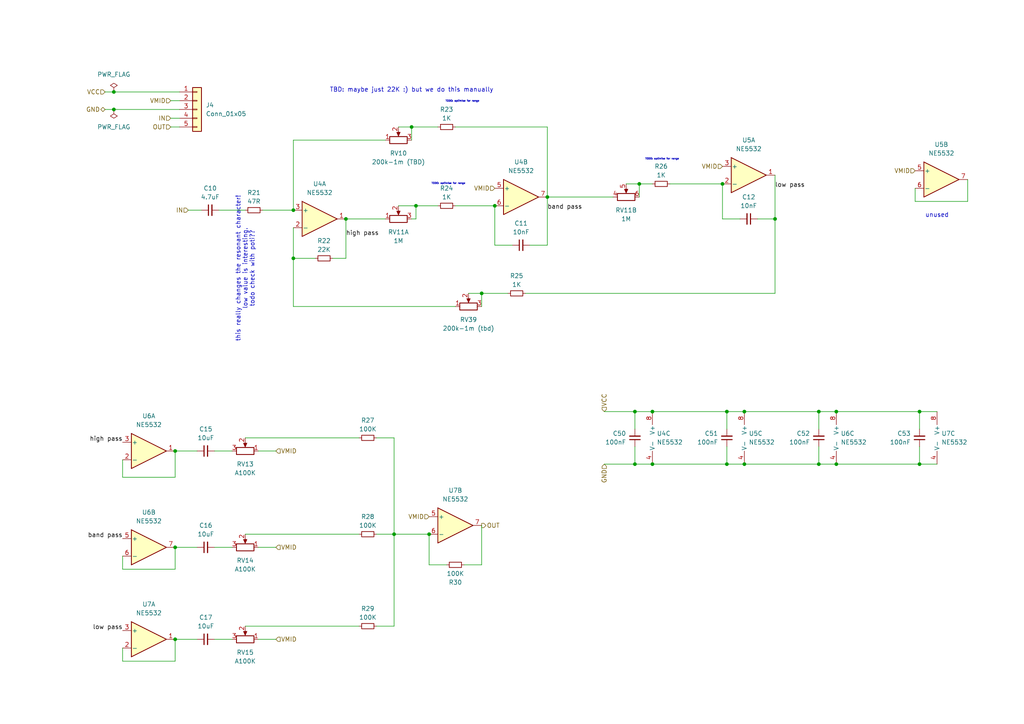
<source format=kicad_sch>
(kicad_sch (version 20231120) (generator "eeschema") (generator_version "8.0")
  (paper "A4")
  (lib_symbols
    (symbol "Amplifier_Operational:NE5532" (pin_names (offset 0.127))
      (property "Reference" "U" (at 0 5.08 0))
      (property "Value" "NE5532" (at 0 -5.08 0))
      (symbol "NE5532_1_1"
        (polyline (pts (xy -5.08 5.08) (xy 5.08 0) (xy -5.08 -5.08) (xy -5.08 5.08)) (stroke (width 0.254)) (fill (type background)))
        (pin output line (at 7.62 0 180) (length 2.54) (name "~") (number "1"))
        (pin input line (at -7.62 -2.54 0) (length 2.54) (name "-") (number "2"))
        (pin input line (at -7.62 2.54 0) (length 2.54) (name "+") (number "3"))
      )
      (symbol "NE5532_2_1"
        (polyline (pts (xy -5.08 5.08) (xy 5.08 0) (xy -5.08 -5.08) (xy -5.08 5.08)) (stroke (width 0.254)) (fill (type background)))
        (pin input line (at -7.62 2.54 0) (length 2.54) (name "+") (number "5"))
        (pin input line (at -7.62 -2.54 0) (length 2.54) (name "-") (number "6"))
        (pin output line (at 7.62 0 180) (length 2.54) (name "~") (number "7"))
      )
      (symbol "NE5532_3_1"
        (pin power_in line (at -2.54 -7.62 90) (length 3.81) (name "V-") (number "4"))
        (pin power_in line (at -2.54 7.62 270) (length 3.81) (name "V+") (number "8"))
      )
    )
    (symbol "Connector_Generic:Conn_01x05" (pin_names (offset 1.016) hide)
      (property "Reference" "J" (at 0 7.62 0))
      (property "Value" "Conn_01x05" (at 0 -7.62 0))
      (symbol "Conn_01x05_1_1"
        (rectangle (start -1.27 -4.953) (end 0 -5.207) (stroke (width 0.1524)))
        (rectangle (start -1.27 -2.413) (end 0 -2.667) (stroke (width 0.1524)))
        (rectangle (start -1.27 0.127) (end 0 -0.127) (stroke (width 0.1524)))
        (rectangle (start -1.27 2.667) (end 0 2.413) (stroke (width 0.1524)))
        (rectangle (start -1.27 5.207) (end 0 4.953) (stroke (width 0.1524)))
        (rectangle (start -1.27 6.35) (end 1.27 -6.35) (stroke (width 0.254)) (fill (type background)))
        (pin passive line (at -5.08 5.08 0) (length 3.81) (name "Pin_1") (number "1"))
        (pin passive line (at -5.08 2.54 0) (length 3.81) (name "Pin_2") (number "2"))
        (pin passive line (at -5.08 0 0) (length 3.81) (name "Pin_3") (number "3"))
        (pin passive line (at -5.08 -2.54 0) (length 3.81) (name "Pin_4") (number "4"))
        (pin passive line (at -5.08 -5.08 0) (length 3.81) (name "Pin_5") (number "5"))
      )
    )
    (symbol "Device:C_Small" (pin_numbers hide) (pin_names (offset 0.254) hide)
      (property "Reference" "C" (at 0.254 1.778 0))
      (property "Value" "C_Small" (at 0.254 -2.032 0))
      (symbol "C_Small_0_1"
        (polyline (pts (xy -1.524 -0.508) (xy 1.524 -0.508)) (stroke (width 0.3302)))
        (polyline (pts (xy -1.524 0.508) (xy 1.524 0.508)) (stroke (width 0.3048)))
      )
      (symbol "C_Small_1_1"
        (pin passive line (at 0 2.54 270) (length 2.032) (name "~") (number "1"))
        (pin passive line (at 0 -2.54 90) (length 2.032) (name "~") (number "2"))
      )
    )
    (symbol "Device:R_Potentiometer" (pin_names (offset 1.016) hide)
      (property "Reference" "RV" (at -4.445 0 90))
      (property "Value" "R_Potentiometer" (at -2.54 0 90))
      (symbol "R_Potentiometer_0_1"
        (polyline (pts (xy 2.54 0) (xy 1.524 0)))
        (polyline (pts (xy 1.143 0) (xy 2.286 0.508) (xy 2.286 -0.508) (xy 1.143 0)) (fill (type outline)))
        (rectangle (start 1.016 2.54) (end -1.016 -2.54) (stroke (width 0.254)))
      )
      (symbol "R_Potentiometer_1_1"
        (pin passive line (at 0 3.81 270) (length 1.27) (name "1") (number "1"))
        (pin passive line (at 3.81 0 180) (length 1.27) (name "2") (number "2"))
        (pin passive line (at 0 -3.81 90) (length 1.27) (name "3") (number "3"))
      )
    )
    (symbol "Device:R_Potentiometer_Dual_Separate" (pin_names (offset 1.016) hide)
      (property "Reference" "RV" (at -4.445 0 90))
      (property "Value" "R_Potentiometer_Dual_Separate" (at -2.54 0 90))
      (symbol "R_Potentiometer_Dual_Separate_0_1"
        (polyline (pts (xy 2.54 0) (xy 1.524 0)))
        (polyline (pts (xy 1.143 0) (xy 2.286 0.508) (xy 2.286 -0.508) (xy 1.143 0)) (fill (type outline)))
        (rectangle (start 1.016 2.54) (end -1.016 -2.54) (stroke (width 0.254)))
      )
      (symbol "R_Potentiometer_Dual_Separate_1_1"
        (pin passive line (at 0 3.81 270) (length 1.27) (name "1") (number "1"))
        (pin passive line (at 3.81 0 180) (length 1.27) (name "2") (number "2"))
        (pin passive line (at 0 -3.81 90) (length 1.27) (name "3") (number "3"))
      )
      (symbol "R_Potentiometer_Dual_Separate_2_1"
        (pin passive line (at 0 3.81 270) (length 1.27) (name "4") (number "4"))
        (pin passive line (at 3.81 0 180) (length 1.27) (name "5") (number "5"))
        (pin passive line (at 0 -3.81 90) (length 1.27) (name "6") (number "6"))
      )
    )
    (symbol "Device:R_Small" (pin_numbers hide) (pin_names (offset 0.254) hide)
      (property "Reference" "R" (at 0.762 0.508 0))
      (property "Value" "R_Small" (at 0.762 -1.016 0))
      (symbol "R_Small_0_1"
        (rectangle (start -0.762 1.778) (end 0.762 -1.778) (stroke (width 0.2032)))
      )
      (symbol "R_Small_1_1"
        (pin passive line (at 0 2.54 270) (length 0.762) (name "~") (number "1"))
        (pin passive line (at 0 -2.54 90) (length 0.762) (name "~") (number "2"))
      )
    )
    (symbol "power:PWR_FLAG" (power) (pin_numbers hide) (pin_names (offset 0) hide)
      (property "Value" "PWR_FLAG" (at 0 3.81 0))
      (symbol "PWR_FLAG_0_0"
        (pin power_out line (at 0 0 90) (length 0) (name "~") (number "1"))
      )
      (symbol "PWR_FLAG_0_1"
        (polyline (pts (xy 0 0) (xy 0 1.27) (xy -1.016 1.905) (xy 0 2.54) (xy 1.016 1.905) (xy 0 1.27)))
      )
    )
  )
  (junction (at 266.7 119.38))
  (junction (at 119.38 36.83))
  (junction (at 210.82 119.38))
  (junction (at 215.9 119.38))
  (junction (at 224.79 63.5))
  (junction (at 143.51 59.69))
  (junction (at 266.7 134.62))
  (junction (at 139.7 85.09))
  (junction (at 210.82 134.62))
  (junction (at 33.02 31.75))
  (junction (at 50.8 158.75))
  (junction (at 124.46 154.94))
  (junction (at 189.23 134.62))
  (junction (at 158.75 57.15))
  (junction (at 215.9 134.62))
  (junction (at 242.57 119.38))
  (junction (at 189.23 119.38))
  (junction (at 184.15 134.62))
  (junction (at 237.49 119.38))
  (junction (at 50.8 130.81))
  (junction (at 209.55 53.34))
  (junction (at 242.57 134.62))
  (junction (at 120.65 59.69))
  (junction (at 114.3 154.94))
  (junction (at 185.42 53.34))
  (junction (at 50.8 185.42))
  (junction (at 85.09 74.93))
  (junction (at 184.15 119.38))
  (junction (at 237.49 134.62))
  (junction (at 33.02 26.67))
  (junction (at 85.09 60.96))
  (junction (at 100.33 63.5))
  (wire (pts (xy 266.7 119.38) (xy 271.78 119.38)))
  (wire (pts (xy 120.65 59.69) (xy 127 59.69)))
  (wire (pts (xy 265.43 58.42) (xy 280.67 58.42)))
  (wire (pts (xy 35.56 133.35) (xy 35.56 138.43)))
  (wire (pts (xy 115.57 36.83) (xy 119.38 36.83)))
  (wire (pts (xy 152.4 85.09) (xy 224.79 85.09)))
  (wire (pts (xy 184.15 119.38) (xy 184.15 124.46)))
  (wire (pts (xy 50.8 158.75) (xy 50.8 165.1)))
  (wire (pts (xy 33.02 26.67) (xy 30.48 26.67)))
  (wire (pts (xy 35.56 161.29) (xy 35.56 165.1)))
  (wire (pts (xy 139.7 85.09) (xy 147.32 85.09)))
  (wire (pts (xy 175.26 134.62) (xy 184.15 134.62)))
  (wire (pts (xy 266.7 119.38) (xy 266.7 124.46)))
  (wire (pts (xy 104.14 181.61) (xy 71.12 181.61)))
  (wire (pts (xy 33.02 26.67) (xy 52.07 26.67)))
  (wire (pts (xy 215.9 119.38) (xy 237.49 119.38)))
  (wire (pts (xy 237.49 134.62) (xy 242.57 134.62)))
  (wire (pts (xy 58.42 60.96) (xy 54.61 60.96)))
  (wire (pts (xy 50.8 130.81) (xy 57.15 130.81)))
  (wire (pts (xy 132.08 59.69) (xy 143.51 59.69)))
  (wire (pts (xy 85.09 74.93) (xy 91.44 74.93)))
  (wire (pts (xy 111.76 40.64) (xy 85.09 40.64)))
  (wire (pts (xy 266.7 129.54) (xy 266.7 134.62)))
  (wire (pts (xy 242.57 119.38) (xy 266.7 119.38)))
  (wire (pts (xy 209.55 53.34) (xy 209.55 63.5)))
  (wire (pts (xy 266.7 134.62) (xy 271.78 134.62)))
  (wire (pts (xy 114.3 154.94) (xy 114.3 181.61)))
  (wire (pts (xy 114.3 154.94) (xy 124.46 154.94)))
  (wire (pts (xy 109.22 154.94) (xy 114.3 154.94)))
  (wire (pts (xy 132.08 36.83) (xy 158.75 36.83)))
  (wire (pts (xy 139.7 85.09) (xy 139.7 88.9)))
  (wire (pts (xy 120.65 63.5) (xy 120.65 59.69)))
  (wire (pts (xy 50.8 185.42) (xy 50.8 191.77)))
  (wire (pts (xy 62.23 158.75) (xy 67.31 158.75)))
  (wire (pts (xy 143.51 71.12) (xy 148.59 71.12)))
  (wire (pts (xy 50.8 158.75) (xy 57.15 158.75)))
  (wire (pts (xy 52.07 36.83) (xy 49.53 36.83)))
  (wire (pts (xy 35.56 187.96) (xy 35.56 191.77)))
  (wire (pts (xy 109.22 127) (xy 114.3 127)))
  (wire (pts (xy 114.3 127) (xy 114.3 154.94)))
  (wire (pts (xy 35.56 165.1) (xy 50.8 165.1)))
  (wire (pts (xy 35.56 191.77) (xy 50.8 191.77)))
  (wire (pts (xy 139.7 152.4) (xy 139.7 163.83)))
  (wire (pts (xy 210.82 129.54) (xy 210.82 134.62)))
  (wire (pts (xy 100.33 63.5) (xy 111.76 63.5)))
  (wire (pts (xy 237.49 129.54) (xy 237.49 134.62)))
  (wire (pts (xy 184.15 134.62) (xy 189.23 134.62)))
  (wire (pts (xy 224.79 63.5) (xy 224.79 50.8)))
  (wire (pts (xy 52.07 34.29) (xy 49.53 34.29)))
  (wire (pts (xy 265.43 54.61) (xy 265.43 58.42)))
  (wire (pts (xy 194.31 53.34) (xy 209.55 53.34)))
  (wire (pts (xy 158.75 57.15) (xy 177.8 57.15)))
  (wire (pts (xy 185.42 53.34) (xy 185.42 57.15)))
  (wire (pts (xy 135.89 85.09) (xy 139.7 85.09)))
  (wire (pts (xy 210.82 119.38) (xy 215.9 119.38)))
  (wire (pts (xy 85.09 74.93) (xy 85.09 88.9)))
  (wire (pts (xy 50.8 138.43) (xy 50.8 130.81)))
  (wire (pts (xy 62.23 185.42) (xy 67.31 185.42)))
  (wire (pts (xy 52.07 29.21) (xy 49.53 29.21)))
  (wire (pts (xy 209.55 63.5) (xy 214.63 63.5)))
  (wire (pts (xy 80.01 158.75) (xy 74.93 158.75)))
  (wire (pts (xy 210.82 134.62) (xy 215.9 134.62)))
  (wire (pts (xy 85.09 88.9) (xy 132.08 88.9)))
  (wire (pts (xy 280.67 58.42) (xy 280.67 52.07)))
  (wire (pts (xy 189.23 119.38) (xy 210.82 119.38)))
  (wire (pts (xy 35.56 138.43) (xy 50.8 138.43)))
  (wire (pts (xy 119.38 36.83) (xy 127 36.83)))
  (wire (pts (xy 184.15 129.54) (xy 184.15 134.62)))
  (wire (pts (xy 215.9 134.62) (xy 237.49 134.62)))
  (wire (pts (xy 124.46 154.94) (xy 124.46 163.83)))
  (wire (pts (xy 80.01 185.42) (xy 74.93 185.42)))
  (wire (pts (xy 237.49 119.38) (xy 237.49 124.46)))
  (wire (pts (xy 30.48 31.75) (xy 33.02 31.75)))
  (wire (pts (xy 219.71 63.5) (xy 224.79 63.5)))
  (wire (pts (xy 242.57 134.62) (xy 266.7 134.62)))
  (wire (pts (xy 50.8 185.42) (xy 57.15 185.42)))
  (wire (pts (xy 109.22 181.61) (xy 114.3 181.61)))
  (wire (pts (xy 71.12 60.96) (xy 63.5 60.96)))
  (wire (pts (xy 181.61 53.34) (xy 185.42 53.34)))
  (wire (pts (xy 153.67 71.12) (xy 158.75 71.12)))
  (wire (pts (xy 100.33 63.5) (xy 100.33 74.93)))
  (wire (pts (xy 158.75 57.15) (xy 158.75 71.12)))
  (wire (pts (xy 124.46 163.83) (xy 129.54 163.83)))
  (wire (pts (xy 96.52 74.93) (xy 100.33 74.93)))
  (wire (pts (xy 139.7 163.83) (xy 134.62 163.83)))
  (wire (pts (xy 175.26 119.38) (xy 184.15 119.38)))
  (wire (pts (xy 76.2 60.96) (xy 85.09 60.96)))
  (wire (pts (xy 115.57 59.69) (xy 120.65 59.69)))
  (wire (pts (xy 143.51 59.69) (xy 143.51 71.12)))
  (wire (pts (xy 74.93 130.81) (xy 80.01 130.81)))
  (wire (pts (xy 119.38 36.83) (xy 119.38 40.64)))
  (wire (pts (xy 185.42 53.34) (xy 189.23 53.34)))
  (wire (pts (xy 210.82 119.38) (xy 210.82 124.46)))
  (wire (pts (xy 33.02 31.75) (xy 52.07 31.75)))
  (wire (pts (xy 224.79 85.09) (xy 224.79 63.5)))
  (wire (pts (xy 85.09 40.64) (xy 85.09 60.96)))
  (wire (pts (xy 184.15 119.38) (xy 189.23 119.38)))
  (wire (pts (xy 104.14 154.94) (xy 71.12 154.94)))
  (wire (pts (xy 237.49 119.38) (xy 242.57 119.38)))
  (wire (pts (xy 62.23 130.81) (xy 67.31 130.81)))
  (wire (pts (xy 119.38 63.5) (xy 120.65 63.5)))
  (wire (pts (xy 104.14 127) (xy 71.12 127)))
  (wire (pts (xy 85.09 66.04) (xy 85.09 74.93)))
  (wire (pts (xy 158.75 36.83) (xy 158.75 57.15)))
  (wire (pts (xy 189.23 134.62) (xy 210.82 134.62)))
  (text "TODO: optimise for range\n" (at 130.048 53.34 0) (effects (font (size 0.508 0.508))))
  (text "TODO: optimise for range\n" (at 134.112 29.464 0) (effects (font (size 0.508 0.508))))
  (text "unused\n" (at 271.78 62.484 0) (effects (font (size 1.27 1.27))))
  (text "this really changes the resonant character!\nlow value is interesting.\ntodo check with poti??" (at 71.12 77.978 90) (effects (font (size 1.27 1.27))))
  (text "TBD: maybe just 22K :) but we do this manually\n" (at 119.38 26.162 0) (effects (font (size 1.27 1.27))))
  (text "TODO: optimise for range\n" (at 192.024 46.228 0) (effects (font (size 0.508 0.508))))
  (label "low pass" (at 224.79 54.61 0))
  (label "band pass" (at 35.56 156.21 180))
  (label "high pass" (at 35.56 128.27 180))
  (label "high pass" (at 100.33 68.58 0))
  (label "low pass" (at 35.56 182.88 180))
  (label "band pass" (at 158.75 60.96 0))
  (hierarchical_label "VCC" (shape input) (at 30.48 26.67 180))
  (hierarchical_label "VMID" (shape input) (at 265.43 49.53 180))
  (hierarchical_label "IN" (shape input) (at 54.61 60.96 180))
  (hierarchical_label "VMID" (shape input) (at 80.01 130.81 0))
  (hierarchical_label "VMID" (shape input) (at 80.01 158.75 0))
  (hierarchical_label "OUT" (shape output) (at 139.7 152.4 0))
  (hierarchical_label "VCC" (shape input) (at 175.26 119.38 90))
  (hierarchical_label "VMID" (shape input) (at 80.01 185.42 0))
  (hierarchical_label "GND" (shape bidirectional) (at 30.48 31.75 180))
  (hierarchical_label "GND" (shape input) (at 175.26 134.62 270))
  (hierarchical_label "VMID" (shape input) (at 209.55 48.26 180))
  (hierarchical_label "VMID" (shape input) (at 124.46 149.86 180))
  (hierarchical_label "VMID" (shape input) (at 49.53 29.21 180))
  (hierarchical_label "OUT" (shape input) (at 49.53 36.83 180))
  (hierarchical_label "IN" (shape input) (at 49.53 34.29 180))
  (hierarchical_label "VMID" (shape input) (at 143.51 54.61 180))
  (symbol (lib_id "Device:C_Small") (at 151.13 71.12 90) (unit 1)
    (property "Reference" "C11" (at 151.1363 64.77 90))
    (property "Value" "10nF" (at 151.1363 67.31 90))
    (property "Footprint" "Capacitor_SMD:C_0805_2012Metric" (effects (hide yes)))
    (property "Description" "Unpolarized capacitor, small symbol" (effects (hide yes)))
  )
  (symbol (lib_id "Device:R_Small") (at 73.66 60.96 90) (unit 1)
    (property "Reference" "R21" (at 73.66 55.88 90))
    (property "Value" "47R" (at 73.66 58.42 90))
    (property "Footprint" "Resistor_SMD:R_0603_1608Metric" (effects (hide yes)))
    (property "Description" "Resistor, small symbol" (effects (hide yes)))
  )
  (symbol (lib_id "Device:C_Small") (at 60.96 60.96 90) (unit 1)
    (property "Reference" "C10" (at 60.9663 54.61 90))
    (property "Value" "4.7uF" (at 60.9663 57.15 90))
    (property "Footprint" "Capacitor_SMD:C_0805_2012Metric" (effects (hide yes)))
    (property "Description" "Unpolarized capacitor, small symbol" (effects (hide yes)))
  )
  (symbol (lib_id "Device:R_Potentiometer_Dual_Separate") (at 115.57 63.5 90) (unit 1)
    (property "Reference" "RV11" (at 115.57 67.31 90))
    (property "Value" "1M" (at 115.57 69.85 90))
    (property "Footprint" "Potentiometer_THT:Potentiometer_Alpha_RD902F-40-00D_Dual_Vertical" (effects (hide yes)))
    (property "Description" "Dual potentiometer, separate units" (effects (hide yes)))
  )
  (symbol (lib_id "Connector_Generic:Conn_01x05") (at 57.15 31.75 0) (unit 1)
    (property "Reference" "J4" (at 59.69 30.4799 0) (effects (justify left)))
    (property "Value" "Conn_01x05" (at 59.69 33.0199 0) (effects (justify left)))
    (property "Footprint" "Connector_PinSocket_2.54mm:PinSocket_1x05_P2.54mm_Vertical" (effects (hide yes)))
    (property "Description" "Generic connector, single row, 01x05, script generated (kicad-library-utils/schlib/autogen/connector/)" (effects (hide yes)))
  )
  (symbol (lib_id "Device:R_Small") (at 129.54 36.83 90) (unit 1)
    (property "Reference" "R23" (at 129.54 31.75 90))
    (property "Value" "1K" (at 129.54 34.29 90))
    (property "Footprint" "Resistor_SMD:R_0603_1608Metric" (effects (hide yes)))
    (property "Description" "Resistor, small symbol" (effects (hide yes)))
  )
  (symbol (lib_id "Device:R_Small") (at 129.54 59.69 90) (unit 1)
    (property "Reference" "R24" (at 129.54 54.61 90))
    (property "Value" "1K" (at 129.54 57.15 90))
    (property "Footprint" "Resistor_SMD:R_0603_1608Metric" (effects (hide yes)))
    (property "Description" "Resistor, small symbol" (effects (hide yes)))
  )
  (symbol (lib_id "Device:C_Small") (at 59.69 158.75 90) (unit 1)
    (property "Reference" "C16" (at 59.6963 152.4 90))
    (property "Value" "10uF" (at 59.6963 154.94 90))
    (property "Footprint" "Capacitor_SMD:C_0805_2012Metric" (effects (hide yes)))
    (property "Description" "Unpolarized capacitor, small symbol" (effects (hide yes)))
  )
  (symbol (lib_id "Device:C_Small") (at 59.69 130.81 90) (unit 1)
    (property "Reference" "C15" (at 59.6963 124.46 90))
    (property "Value" "10uF" (at 59.6963 127 90))
    (property "Footprint" "Capacitor_SMD:C_0805_2012Metric" (effects (hide yes)))
    (property "Description" "Unpolarized capacitor, small symbol" (effects (hide yes)))
  )
  (symbol (lib_id "Device:R_Potentiometer") (at 71.12 185.42 270) (mirror x) (unit 1)
    (property "Reference" "RV15" (at 71.12 189.23 90))
    (property "Value" "A100K" (at 71.12 191.77 90))
    (property "Footprint" "Pot_RV09AF-ALPHA:Pot_RV09AF-ALPHA" (effects (hide yes)))
    (property "Description" "Potentiometer" (effects (hide yes)))
  )
  (symbol (lib_id "Amplifier_Operational:NE5532") (at 191.77 127 0) (unit 3)
    (property "Reference" "U4" (at 190.5 125.7299 0) (effects (justify left)))
    (property "Value" "NE5532" (at 190.5 128.2699 0) (effects (justify left)))
    (property "Footprint" "easyeda2kicad:SOIC-8_L4.9-W3.9-P1.27-LS6.0-BL" (effects (hide yes)))
    (property "Datasheet" "http://www.ti.com/lit/ds/symlink/ne5532.pdf" (effects (hide yes)))
    (property "Description" "Dual Low-Noise Operational Amplifiers, DIP-8/SOIC-8" (effects (hide yes)))
  )
  (symbol (lib_id "Device:R_Small") (at 106.68 127 90) (unit 1)
    (property "Reference" "R27" (at 106.68 121.92 90))
    (property "Value" "100K" (at 106.68 124.46 90))
    (property "Footprint" "Resistor_SMD:R_0603_1608Metric" (effects (hide yes)))
    (property "Description" "Resistor, small symbol" (effects (hide yes)))
  )
  (symbol (lib_id "Device:R_Small") (at 149.86 85.09 90) (unit 1)
    (property "Reference" "R25" (at 149.86 80.01 90))
    (property "Value" "1K" (at 149.86 82.55 90))
    (property "Footprint" "Resistor_SMD:R_0603_1608Metric" (effects (hide yes)))
    (property "Description" "Resistor, small symbol" (effects (hide yes)))
  )
  (symbol (lib_id "Device:R_Small") (at 106.68 154.94 90) (unit 1)
    (property "Reference" "R28" (at 106.68 149.86 90))
    (property "Value" "100K" (at 106.68 152.4 90))
    (property "Footprint" "Resistor_SMD:R_0603_1608Metric" (effects (hide yes)))
    (property "Description" "Resistor, small symbol" (effects (hide yes)))
  )
  (symbol (lib_id "power:PWR_FLAG") (at 33.02 31.75 180) (unit 1)
    (property "Reference" "#FLG03" (effects (hide yes)))
    (property "Value" "PWR_FLAG" (at 33.02 36.83 0))
    (property "Description" "Special symbol for telling ERC where power comes from" (effects (hide yes)))
  )
  (symbol (lib_id "Device:C_Small") (at 59.69 185.42 90) (unit 1)
    (property "Reference" "C17" (at 59.6963 179.07 90))
    (property "Value" "10uF" (at 59.6963 181.61 90))
    (property "Footprint" "Capacitor_SMD:C_0805_2012Metric" (effects (hide yes)))
    (property "Description" "Unpolarized capacitor, small symbol" (effects (hide yes)))
  )
  (symbol (lib_id "Device:R_Potentiometer") (at 71.12 158.75 270) (mirror x) (unit 1)
    (property "Reference" "RV14" (at 71.12 162.56 90))
    (property "Value" "A100K" (at 71.12 165.1 90))
    (property "Footprint" "Pot_RV09AF-ALPHA:Pot_RV09AF-ALPHA" (effects (hide yes)))
    (property "Description" "Potentiometer" (effects (hide yes)))
  )
  (symbol (lib_id "Device:R_Potentiometer") (at 135.89 88.9 90) (unit 1)
    (property "Reference" "RV39" (at 135.89 92.71 90))
    (property "Value" "200k-1m (tbd)" (at 135.89 95.25 90))
    (property "Footprint" "Pot_RV09AF-ALPHA:Pot_RV09AF-ALPHA" (effects (hide yes)))
    (property "Description" "Potentiometer" (effects (hide yes)))
  )
  (symbol (lib_id "Amplifier_Operational:NE5532") (at 132.08 152.4 0) (unit 2)
    (property "Reference" "U7" (at 132.08 142.24 0))
    (property "Value" "NE5532" (at 132.08 144.78 0))
    (property "Footprint" "easyeda2kicad:SOIC-8_L4.9-W3.9-P1.27-LS6.0-BL" (effects (hide yes)))
    (property "Datasheet" "http://www.ti.com/lit/ds/symlink/ne5532.pdf" (effects (hide yes)))
    (property "Description" "Dual Low-Noise Operational Amplifiers, DIP-8/SOIC-8" (effects (hide yes)))
  )
  (symbol (lib_id "Amplifier_Operational:NE5532") (at 273.05 52.07 0) (unit 2)
    (property "Reference" "U5" (at 273.05 41.91 0))
    (property "Value" "NE5532" (at 273.05 44.45 0))
    (property "Footprint" "easyeda2kicad:SOIC-8_L4.9-W3.9-P1.27-LS6.0-BL" (effects (hide yes)))
    (property "Datasheet" "http://www.ti.com/lit/ds/symlink/ne5532.pdf" (effects (hide yes)))
    (property "Description" "Dual Low-Noise Operational Amplifiers, DIP-8/SOIC-8" (effects (hide yes)))
  )
  (symbol (lib_id "power:PWR_FLAG") (at 33.02 26.67 0) (unit 1)
    (property "Reference" "#FLG05" (effects (hide yes)))
    (property "Value" "PWR_FLAG" (at 33.02 21.59 0))
    (property "Description" "Special symbol for telling ERC where power comes from" (effects (hide yes)))
  )
  (symbol (lib_id "Amplifier_Operational:NE5532") (at 92.71 63.5 0) (unit 1)
    (property "Reference" "U4" (at 92.71 53.34 0))
    (property "Value" "NE5532" (at 92.71 55.88 0))
    (property "Footprint" "easyeda2kicad:SOIC-8_L4.9-W3.9-P1.27-LS6.0-BL" (effects (hide yes)))
    (property "Datasheet" "http://www.ti.com/lit/ds/symlink/ne5532.pdf" (effects (hide yes)))
    (property "Description" "Dual Low-Noise Operational Amplifiers, DIP-8/SOIC-8" (effects (hide yes)))
  )
  (symbol (lib_id "Device:R_Small") (at 93.98 74.93 90) (unit 1)
    (property "Reference" "R22" (at 93.98 69.85 90))
    (property "Value" "22K" (at 93.98 72.39 90))
    (property "Footprint" "Resistor_SMD:R_0603_1608Metric" (effects (hide yes)))
    (property "Description" "Resistor, small symbol" (effects (hide yes)))
  )
  (symbol (lib_id "Device:R_Potentiometer_Dual_Separate") (at 181.61 57.15 90) (unit 2)
    (property "Reference" "RV11" (at 181.61 60.96 90))
    (property "Value" "1M" (at 181.61 63.5 90))
    (property "Footprint" "Potentiometer_THT:Potentiometer_Alpha_RD902F-40-00D_Dual_Vertical" (effects (hide yes)))
    (property "Description" "Dual potentiometer, separate units" (effects (hide yes)))
  )
  (symbol (lib_id "Device:C_Small") (at 266.7 127 0) (mirror x) (unit 1)
    (property "Reference" "C53" (at 264.16 125.7235 0) (effects (justify right)))
    (property "Value" "100nF" (at 264.16 128.2635 0) (effects (justify right)))
    (property "Footprint" "Capacitor_SMD:C_0805_2012Metric" (effects (hide yes)))
    (property "Description" "Unpolarized capacitor, small symbol" (effects (hide yes)))
  )
  (symbol (lib_id "Device:R_Small") (at 132.08 163.83 90) (mirror x) (unit 1)
    (property "Reference" "R30" (at 132.08 168.91 90))
    (property "Value" "100K" (at 132.08 166.37 90))
    (property "Footprint" "Resistor_SMD:R_0603_1608Metric" (effects (hide yes)))
    (property "Description" "Resistor, small symbol" (effects (hide yes)))
  )
  (symbol (lib_id "Device:R_Small") (at 106.68 181.61 90) (unit 1)
    (property "Reference" "R29" (at 106.68 176.53 90))
    (property "Value" "100K" (at 106.68 179.07 90))
    (property "Footprint" "Resistor_SMD:R_0603_1608Metric" (effects (hide yes)))
    (property "Description" "Resistor, small symbol" (effects (hide yes)))
  )
  (symbol (lib_id "Device:C_Small") (at 217.17 63.5 270) (unit 1)
    (property "Reference" "C12" (at 217.1636 57.15 90))
    (property "Value" "10nF" (at 217.1636 59.69 90))
    (property "Footprint" "Capacitor_SMD:C_0805_2012Metric" (effects (hide yes)))
    (property "Description" "Unpolarized capacitor, small symbol" (effects (hide yes)))
  )
  (symbol (lib_id "Amplifier_Operational:NE5532") (at 43.18 185.42 0) (unit 1)
    (property "Reference" "U7" (at 43.18 175.26 0))
    (property "Value" "NE5532" (at 43.18 177.8 0))
    (property "Footprint" "easyeda2kicad:SOIC-8_L4.9-W3.9-P1.27-LS6.0-BL" (effects (hide yes)))
    (property "Datasheet" "http://www.ti.com/lit/ds/symlink/ne5532.pdf" (effects (hide yes)))
    (property "Description" "Dual Low-Noise Operational Amplifiers, DIP-8/SOIC-8" (effects (hide yes)))
  )
  (symbol (lib_id "Amplifier_Operational:NE5532") (at 151.13 57.15 0) (unit 2)
    (property "Reference" "U4" (at 151.13 46.99 0))
    (property "Value" "NE5532" (at 151.13 49.53 0))
    (property "Footprint" "easyeda2kicad:SOIC-8_L4.9-W3.9-P1.27-LS6.0-BL" (effects (hide yes)))
    (property "Datasheet" "http://www.ti.com/lit/ds/symlink/ne5532.pdf" (effects (hide yes)))
    (property "Description" "Dual Low-Noise Operational Amplifiers, DIP-8/SOIC-8" (effects (hide yes)))
  )
  (symbol (lib_id "Device:R_Potentiometer") (at 71.12 130.81 270) (mirror x) (unit 1)
    (property "Reference" "RV13" (at 71.12 134.62 90))
    (property "Value" "A100K" (at 71.12 137.16 90))
    (property "Footprint" "Pot_RV09AF-ALPHA:Pot_RV09AF-ALPHA" (effects (hide yes)))
    (property "Description" "Potentiometer" (effects (hide yes)))
  )
  (symbol (lib_id "Device:C_Small") (at 210.82 127 0) (mirror x) (unit 1)
    (property "Reference" "C51" (at 208.28 125.7235 0) (effects (justify right)))
    (property "Value" "100nF" (at 208.28 128.2635 0) (effects (justify right)))
    (property "Footprint" "Capacitor_SMD:C_0805_2012Metric" (effects (hide yes)))
    (property "Description" "Unpolarized capacitor, small symbol" (effects (hide yes)))
  )
  (symbol (lib_id "Device:R_Potentiometer") (at 115.57 40.64 90) (unit 1)
    (property "Reference" "RV10" (at 115.57 44.45 90))
    (property "Value" "200k-1m (TBD)" (at 115.57 46.99 90))
    (property "Footprint" "Pot_RV09AF-ALPHA:Pot_RV09AF-ALPHA" (effects (hide yes)))
    (property "Description" "Potentiometer" (effects (hide yes)))
  )
  (symbol (lib_id "Device:C_Small") (at 237.49 127 0) (mirror x) (unit 1)
    (property "Reference" "C52" (at 234.95 125.7235 0) (effects (justify right)))
    (property "Value" "100nF" (at 234.95 128.2635 0) (effects (justify right)))
    (property "Footprint" "Capacitor_SMD:C_0805_2012Metric" (effects (hide yes)))
    (property "Description" "Unpolarized capacitor, small symbol" (effects (hide yes)))
  )
  (symbol (lib_id "Amplifier_Operational:NE5532") (at 43.18 158.75 0) (unit 2)
    (property "Reference" "U6" (at 43.18 148.59 0))
    (property "Value" "NE5532" (at 43.18 151.13 0))
    (property "Footprint" "easyeda2kicad:SOIC-8_L4.9-W3.9-P1.27-LS6.0-BL" (effects (hide yes)))
    (property "Datasheet" "http://www.ti.com/lit/ds/symlink/ne5532.pdf" (effects (hide yes)))
    (property "Description" "Dual Low-Noise Operational Amplifiers, DIP-8/SOIC-8" (effects (hide yes)))
  )
  (symbol (lib_id "Amplifier_Operational:NE5532") (at 43.18 130.81 0) (unit 1)
    (property "Reference" "U6" (at 43.18 120.65 0))
    (property "Value" "NE5532" (at 43.18 123.19 0))
    (property "Footprint" "easyeda2kicad:SOIC-8_L4.9-W3.9-P1.27-LS6.0-BL" (effects (hide yes)))
    (property "Datasheet" "http://www.ti.com/lit/ds/symlink/ne5532.pdf" (effects (hide yes)))
    (property "Description" "Dual Low-Noise Operational Amplifiers, DIP-8/SOIC-8" (effects (hide yes)))
  )
  (symbol (lib_id "Amplifier_Operational:NE5532") (at 217.17 50.8 0) (unit 1)
    (property "Reference" "U5" (at 217.17 40.64 0))
    (property "Value" "NE5532" (at 217.17 43.18 0))
    (property "Footprint" "easyeda2kicad:SOIC-8_L4.9-W3.9-P1.27-LS6.0-BL" (effects (hide yes)))
    (property "Datasheet" "http://www.ti.com/lit/ds/symlink/ne5532.pdf" (effects (hide yes)))
    (property "Description" "Dual Low-Noise Operational Amplifiers, DIP-8/SOIC-8" (effects (hide yes)))
  )
  (symbol (lib_id "Device:C_Small") (at 184.15 127 0) (mirror x) (unit 1)
    (property "Reference" "C50" (at 181.61 125.7235 0) (effects (justify right)))
    (property "Value" "100nF" (at 181.61 128.2635 0) (effects (justify right)))
    (property "Footprint" "Capacitor_SMD:C_0805_2012Metric" (effects (hide yes)))
    (property "Description" "Unpolarized capacitor, small symbol" (effects (hide yes)))
  )
  (symbol (lib_id "Amplifier_Operational:NE5532") (at 218.44 127 0) (unit 3)
    (property "Reference" "U5" (at 217.17 125.7299 0) (effects (justify left)))
    (property "Value" "NE5532" (at 217.17 128.2699 0) (effects (justify left)))
    (property "Footprint" "easyeda2kicad:SOIC-8_L4.9-W3.9-P1.27-LS6.0-BL" (effects (hide yes)))
    (property "Datasheet" "http://www.ti.com/lit/ds/symlink/ne5532.pdf" (effects (hide yes)))
    (property "Description" "Dual Low-Noise Operational Amplifiers, DIP-8/SOIC-8" (effects (hide yes)))
  )
  (symbol (lib_id "Amplifier_Operational:NE5532") (at 274.32 127 0) (unit 3)
    (property "Reference" "U7" (at 273.05 125.7299 0) (effects (justify left)))
    (property "Value" "NE5532" (at 273.05 128.2699 0) (effects (justify left)))
    (property "Footprint" "easyeda2kicad:SOIC-8_L4.9-W3.9-P1.27-LS6.0-BL" (effects (hide yes)))
    (property "Datasheet" "http://www.ti.com/lit/ds/symlink/ne5532.pdf" (effects (hide yes)))
    (property "Description" "Dual Low-Noise Operational Amplifiers, DIP-8/SOIC-8" (effects (hide yes)))
  )
  (symbol (lib_id "Device:R_Small") (at 191.77 53.34 90) (unit 1)
    (property "Reference" "R26" (at 191.77 48.26 90))
    (property "Value" "1K" (at 191.77 50.8 90))
    (property "Footprint" "Resistor_SMD:R_0603_1608Metric" (effects (hide yes)))
    (property "Description" "Resistor, small symbol" (effects (hide yes)))
  )
  (symbol (lib_id "Amplifier_Operational:NE5532") (at 245.11 127 0) (unit 3)
    (property "Reference" "U6" (at 243.84 125.7299 0) (effects (justify left)))
    (property "Value" "NE5532" (at 243.84 128.2699 0) (effects (justify left)))
    (property "Footprint" "easyeda2kicad:SOIC-8_L4.9-W3.9-P1.27-LS6.0-BL" (effects (hide yes)))
    (property "Datasheet" "http://www.ti.com/lit/ds/symlink/ne5532.pdf" (effects (hide yes)))
    (property "Description" "Dual Low-Noise Operational Amplifiers, DIP-8/SOIC-8" (effects (hide yes)))
  )
)
</source>
